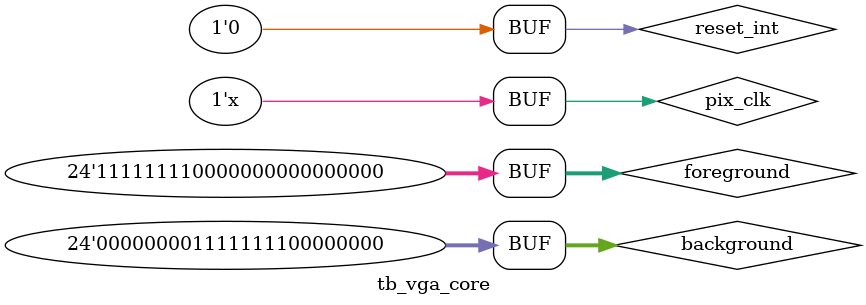
<source format=v>
`timescale 1ns / 1ps

module tb_vga_core(
    );
reg reset_int = 1'b0;
wire [23:0] background = 24'h00FF00;
wire [23:0] foreground = 24'hFF0000;


reg pix_clk = 1'b1;

//generate pixel clk
always
begin
#5 pix_clk <= ~pix_clk;
end

//reset 
initial 
begin
#10 reset_int = 1'b1;
#20 reset_int = 1'b0;
end

//instantiate vga controller
vga_core vga_core_inst (
.reset_int(reset_int),
.background(background),
.foreground(foreground),
.pix_clk(pix_clk)
);
    
endmodule

</source>
